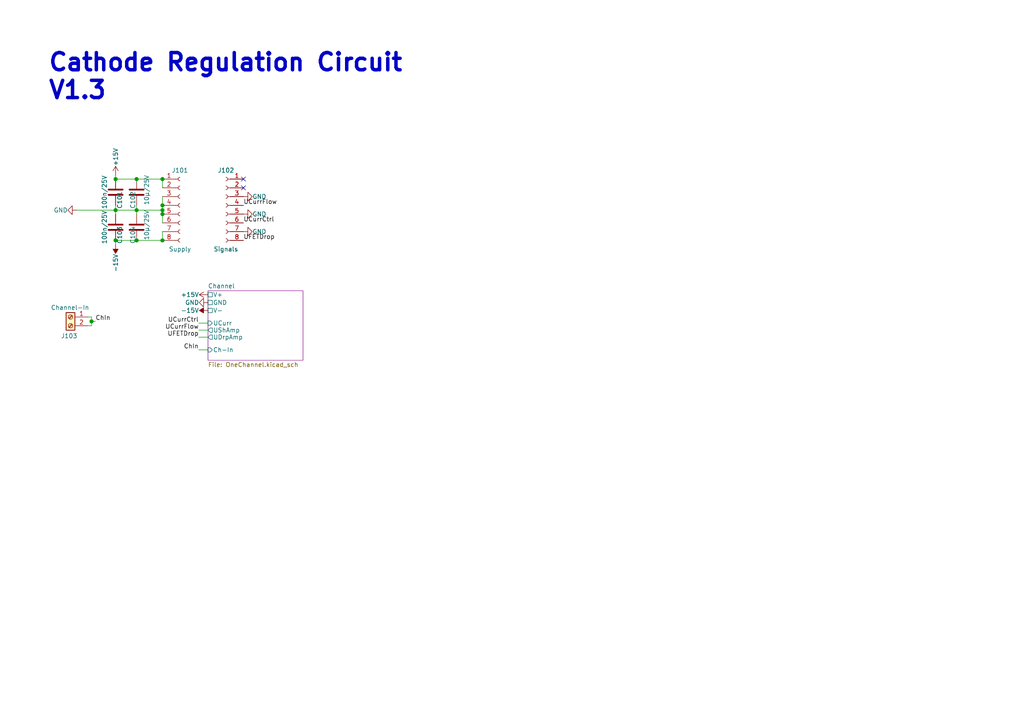
<source format=kicad_sch>
(kicad_sch (version 20230121) (generator eeschema)
  (paper "A4")
  (lib_symbols
    (symbol "Connector:Conn_01x08_Female" (pin_names (offset 1.016) hide)
      (property "Reference" "J" (at 0 10.16 0))
      (property "Value" "Conn_01x08_Female" (at 0 -12.7 0))
      (symbol "Conn_01x08_Female_1_1"
        (arc (start 0 -9.652) (mid -0.5058 -10.16) (end 0 -10.668) (stroke (width 0.1524)))
        (arc (start 0 -7.112) (mid -0.5058 -7.62) (end 0 -8.128) (stroke (width 0.1524)))
        (arc (start 0 -4.572) (mid -0.5058 -5.08) (end 0 -5.588) (stroke (width 0.1524)))
        (arc (start 0 -2.032) (mid -0.5058 -2.54) (end 0 -3.048) (stroke (width 0.1524)))
        (polyline (pts (xy -1.27 -10.16) (xy -0.508 -10.16)) (stroke (width 0.1524)))
        (polyline (pts (xy -1.27 -7.62) (xy -0.508 -7.62)) (stroke (width 0.1524)))
        (polyline (pts (xy -1.27 -5.08) (xy -0.508 -5.08)) (stroke (width 0.1524)))
        (polyline (pts (xy -1.27 -2.54) (xy -0.508 -2.54)) (stroke (width 0.1524)))
        (polyline (pts (xy -1.27 0) (xy -0.508 0)) (stroke (width 0.1524)))
        (polyline (pts (xy -1.27 2.54) (xy -0.508 2.54)) (stroke (width 0.1524)))
        (polyline (pts (xy -1.27 5.08) (xy -0.508 5.08)) (stroke (width 0.1524)))
        (polyline (pts (xy -1.27 7.62) (xy -0.508 7.62)) (stroke (width 0.1524)))
        (arc (start 0 0.508) (mid -0.5058 0) (end 0 -0.508) (stroke (width 0.1524)))
        (arc (start 0 3.048) (mid -0.5058 2.54) (end 0 2.032) (stroke (width 0.1524)))
        (arc (start 0 5.588) (mid -0.5058 5.08) (end 0 4.572) (stroke (width 0.1524)))
        (arc (start 0 8.128) (mid -0.5058 7.62) (end 0 7.112) (stroke (width 0.1524)))
        (pin passive line (at -5.08 7.62 0) (length 3.81) (name "Pin_1") (number "1"))
        (pin passive line (at -5.08 5.08 0) (length 3.81) (name "Pin_2") (number "2"))
        (pin passive line (at -5.08 2.54 0) (length 3.81) (name "Pin_3") (number "3"))
        (pin passive line (at -5.08 0 0) (length 3.81) (name "Pin_4") (number "4"))
        (pin passive line (at -5.08 -2.54 0) (length 3.81) (name "Pin_5") (number "5"))
        (pin passive line (at -5.08 -5.08 0) (length 3.81) (name "Pin_6") (number "6"))
        (pin passive line (at -5.08 -7.62 0) (length 3.81) (name "Pin_7") (number "7"))
        (pin passive line (at -5.08 -10.16 0) (length 3.81) (name "Pin_8") (number "8"))
      )
    )
    (symbol "Connector:Screw_Terminal_01x02" (pin_names (offset 1.016) hide)
      (property "Reference" "J" (at 0 2.54 0))
      (property "Value" "Screw_Terminal_01x02" (at 0 -5.08 0))
      (symbol "Screw_Terminal_01x02_1_1"
        (rectangle (start -1.27 1.27) (end 1.27 -3.81) (stroke (width 0.254)) (fill (type background)))
        (circle (center 0 -2.54) (radius 0.635) (stroke (width 0.1524)))
        (polyline (pts (xy -0.5334 -2.2098) (xy 0.3302 -3.048)) (stroke (width 0.1524)))
        (polyline (pts (xy -0.5334 0.3302) (xy 0.3302 -0.508)) (stroke (width 0.1524)))
        (polyline (pts (xy -0.3556 -2.032) (xy 0.508 -2.8702)) (stroke (width 0.1524)))
        (polyline (pts (xy -0.3556 0.508) (xy 0.508 -0.3302)) (stroke (width 0.1524)))
        (circle (center 0 0) (radius 0.635) (stroke (width 0.1524)))
        (pin passive line (at -5.08 0 0) (length 3.81) (name "Pin_1") (number "1"))
        (pin passive line (at -5.08 -2.54 0) (length 3.81) (name "Pin_2") (number "2"))
      )
    )
    (symbol "Device:C" (pin_numbers hide) (pin_names (offset 0.254))
      (property "Reference" "C" (at 0.635 2.54 0))
      (property "Value" "C" (at 0.635 -2.54 0))
      (symbol "C_0_1"
        (polyline (pts (xy -2.032 -0.762) (xy 2.032 -0.762)) (stroke (width 0.508)))
        (polyline (pts (xy -2.032 0.762) (xy 2.032 0.762)) (stroke (width 0.508)))
      )
      (symbol "C_1_1"
        (pin passive line (at 0 3.81 270) (length 2.794) (name "~") (number "1"))
        (pin passive line (at 0 -3.81 90) (length 2.794) (name "~") (number "2"))
      )
    )
    (symbol "power:+15V" (power) (pin_names (offset 0))
      (property "Value" "+15V" (at 0 3.556 0))
      (symbol "+15V_0_1"
        (polyline (pts (xy -0.762 1.27) (xy 0 2.54)))
        (polyline (pts (xy 0 0) (xy 0 2.54)))
        (polyline (pts (xy 0 2.54) (xy 0.762 1.27)))
      )
      (symbol "+15V_1_1"
        (pin power_in line (at 0 0 90) (length 0) hide (name "+15V") (number "1"))
      )
    )
    (symbol "power:-15V" (power) (pin_names (offset 0))
      (property "Value" "-15V" (at 0 3.81 0))
      (symbol "-15V_0_0"
        (pin power_in line (at 0 0 90) (length 0) hide (name "-15V") (number "1"))
      )
      (symbol "-15V_0_1"
        (polyline (pts (xy 0 0) (xy 0 1.27) (xy 0.762 1.27) (xy 0 2.54) (xy -0.762 1.27) (xy 0 1.27)) (fill (type outline)))
      )
    )
    (symbol "power:GND" (power) (pin_names (offset 0))
      (property "Value" "GND" (at 0 -3.81 0))
      (symbol "GND_0_1"
        (polyline (pts (xy 0 0) (xy 0 -1.27) (xy 1.27 -1.27) (xy 0 -2.54) (xy -1.27 -1.27) (xy 0 -1.27)))
      )
      (symbol "GND_1_1"
        (pin power_in line (at 0 0 270) (length 0) hide (name "GND") (number "1"))
      )
    )
  )
  (junction (at 33.528 60.96) (diameter 1.016))
  (junction (at 39.624 51.943) (diameter 1.016))
  (junction (at 47.117 60.96) (diameter 1.016))
  (junction (at 33.528 69.723) (diameter 1.016))
  (junction (at 47.117 62.103) (diameter 1.016))
  (junction (at 33.528 51.943) (diameter 1.016))
  (junction (at 39.624 69.723) (diameter 1.016))
  (junction (at 26.543 93.218) (diameter 1.016))
  (junction (at 47.117 69.723) (diameter 1.016))
  (junction (at 47.117 59.563) (diameter 1.016))
  (junction (at 39.624 60.96) (diameter 1.016))
  (junction (at 47.117 51.943) (diameter 1.016))
  (no_connect (at 70.612 54.483))
  (no_connect (at 70.612 51.943))
  (wire (pts (xy 33.528 51.943) (xy 39.624 51.943)))
  (wire (pts (xy 39.624 51.943) (xy 47.117 51.943)))
  (wire (pts (xy 25.527 91.948) (xy 26.543 91.948)))
  (wire (pts (xy 26.543 91.948) (xy 26.543 93.218)))
  (wire (pts (xy 26.543 93.218) (xy 27.686 93.218)))
  (wire (pts (xy 33.528 60.96) (xy 33.528 62.103)))
  (wire (pts (xy 57.658 97.79) (xy 60.325 97.79)))
  (wire (pts (xy 57.658 93.726) (xy 60.325 93.726)))
  (wire (pts (xy 22.225 60.96) (xy 33.528 60.96)))
  (wire (pts (xy 33.528 59.563) (xy 33.528 60.96)))
  (wire (pts (xy 47.117 62.103) (xy 47.117 64.643)))
  (wire (pts (xy 47.117 57.023) (xy 47.117 59.563)))
  (wire (pts (xy 39.624 60.96) (xy 47.117 60.96)))
  (wire (pts (xy 47.117 60.96) (xy 47.117 62.103)))
  (wire (pts (xy 33.528 60.96) (xy 39.624 60.96)))
  (wire (pts (xy 33.528 69.723) (xy 39.624 69.723)))
  (wire (pts (xy 39.624 59.563) (xy 39.624 60.96)))
  (wire (pts (xy 39.624 60.96) (xy 39.624 62.103)))
  (wire (pts (xy 57.658 95.758) (xy 60.325 95.758)))
  (wire (pts (xy 47.117 51.943) (xy 47.117 54.483)))
  (wire (pts (xy 57.658 101.473) (xy 60.325 101.473)))
  (wire (pts (xy 39.624 69.723) (xy 47.117 69.723)))
  (wire (pts (xy 47.117 67.183) (xy 47.117 69.723)))
  (wire (pts (xy 47.117 59.563) (xy 47.117 60.96)))
  (wire (pts (xy 33.528 50.8) (xy 33.528 51.943)))
  (wire (pts (xy 33.528 69.723) (xy 33.528 70.993)))
  (wire (pts (xy 25.527 94.488) (xy 26.543 94.488)))
  (wire (pts (xy 26.543 94.488) (xy 26.543 93.218)))
  (text "Cathode Regulation Circuit\nV1.3" (at 13.716 29.21 0) (effects (font (size 5 5) (thickness 1) bold) (justify left bottom)))
  (label "UCurrCtrl" (at 70.612 64.643 0))
  (label "ChIn" (at 27.686 93.218 0))
  (label "UFETDrop" (at 70.612 69.723 0))
  (label "ChIn" (at 57.658 101.473 180))
  (label "UCurrFlow" (at 70.612 59.563 0))
  (label "UCurrCtrl" (at 57.658 93.726 180))
  (label "UFETDrop" (at 57.658 97.79 180))
  (label "UCurrFlow" (at 57.658 95.758 180))
  (symbol (lib_id "power:+15V") (at 60.325 85.471 90) (unit 1)
    (property "Reference" "#PWR0104" (effects hide))
    (property "Value" "+15V" (at 55.0694 85.471 90))
  )
  (symbol (lib_id "power:-15V") (at 60.325 90.043 90) (unit 1)
    (property "Reference" "#PWR0102" (effects hide))
    (property "Value" "-15V" (at 55.0694 90.043 90))
  )
  (symbol (lib_id "power:-15V") (at 33.528 70.993 180) (unit 1)
    (property "Reference" "#PWR0101" (effects hide))
    (property "Value" "-15V" (at 33.528 76.2486 90))
  )
  (symbol (lib_id "Device:C") (at 33.528 55.753 180) (unit 1)
    (property "Reference" "C101" (at 34.728 58.0136 90))
    (property "Value" "100n/25V" (at 30.2952 55.753 90))
    (property "Footprint" "Capacitor_SMD:C_0603_1608Metric" (effects hide))
  )
  (symbol (lib_id "power:GND") (at 70.612 57.023 90) (unit 1)
    (property "Reference" "#PWR0107" (effects hide))
    (property "Value" "GND" (at 75.2326 57.023 90))
  )
  (symbol (lib_id "Connector:Conn_01x08_Female") (at 52.197 59.563 0) (unit 1)
    (property "Reference" "J101" (at 52.197 49.403 0))
    (property "Value" "Supply" (at 52.197 72.263 0))
    (property "Footprint" "Connector_PinHeader_2.54mm:PinHeader_1x08_P2.54mm_Vertical" (effects hide))
  )
  (symbol (lib_id "Connector:Screw_Terminal_01x02") (at 20.447 91.948 0) (mirror y) (unit 1)
    (property "Reference" "J103" (at 20.066 97.4386 0))
    (property "Value" "Channel-In" (at 20.32 89.2025 0))
    (property "Footprint" "TerminalBlock:TerminalBlock_bornier-2_P5.08mm" (effects hide))
  )
  (symbol (lib_id "power:+15V") (at 33.528 50.8 0) (unit 1)
    (property "Reference" "#PWR0106" (effects hide))
    (property "Value" "+15V" (at 33.528 45.5444 90))
  )
  (symbol (lib_id "Device:C") (at 39.624 65.913 180) (unit 1)
    (property "Reference" "C104" (at 38.538 68.1736 90))
    (property "Value" "10µ/25V" (at 42.538 65.278 90))
    (property "Footprint" "Capacitor_SMD:C_0805_2012Metric" (effects hide))
  )
  (symbol (lib_id "power:GND") (at 60.325 87.757 270) (unit 1)
    (property "Reference" "#PWR0103" (effects hide))
    (property "Value" "GND" (at 55.7044 87.757 90))
  )
  (symbol (lib_id "Connector:Conn_01x08_Female") (at 65.532 59.563 0) (mirror y) (unit 1)
    (property "Reference" "J102" (at 65.532 49.403 0))
    (property "Value" "Signals" (at 65.532 72.263 0))
    (property "Footprint" "Connector_PinHeader_2.54mm:PinHeader_1x08_P2.54mm_Vertical" (effects hide))
  )
  (symbol (lib_id "power:GND") (at 70.612 67.183 90) (unit 1)
    (property "Reference" "#PWR0108" (effects hide))
    (property "Value" "GND" (at 75.2326 67.183 90))
  )
  (symbol (lib_id "Device:C") (at 39.624 55.753 180) (unit 1)
    (property "Reference" "C102" (at 38.538 58.0136 90))
    (property "Value" "10µ/25V" (at 42.538 55.118 90))
    (property "Footprint" "Capacitor_SMD:C_0805_2012Metric" (effects hide))
  )
  (symbol (lib_id "power:GND") (at 70.612 62.103 90) (unit 1)
    (property "Reference" "#PWR0109" (effects hide))
    (property "Value" "GND" (at 75.2326 62.103 90))
  )
  (symbol (lib_id "Device:C") (at 33.528 65.913 180) (unit 1)
    (property "Reference" "C103" (at 34.728 68.1736 90))
    (property "Value" "100n/25V" (at 30.2952 65.913 90))
    (property "Footprint" "Capacitor_SMD:C_0603_1608Metric" (effects hide))
  )
  (symbol (lib_id "power:GND") (at 22.225 60.96 270) (unit 1)
    (property "Reference" "#PWR0105" (effects hide))
    (property "Value" "GND" (at 17.6044 60.96 90))
  )
  (sheet (at 60.325 84.328) (size 27.559 20.193) (stroke (width 0.0005) (color 132 0 132 1)) (fill (color 255 255 255 0.0000))
    (property "Sheetname" "Channel" (at 60.325 83.6923 0) (effects (justify left bottom)))
    (property "Sheetfile" "OneChannel.kicad_sch" (at 60.325 105.0297 0) (effects (justify left top)))
    (pin "V+" passive (at 60.325 85.471 180))
    (pin "GND" passive (at 60.325 87.757 180))
    (pin "V-" passive (at 60.325 90.043 180))
    (pin "UShAmp" output (at 60.325 95.758 180))
    (pin "UDrpAmp" output (at 60.325 97.79 180))
    (pin "UCurr" input (at 60.325 93.726 180))
    (pin "Ch-In" input (at 60.325 101.473 180))
  )
)
</source>
